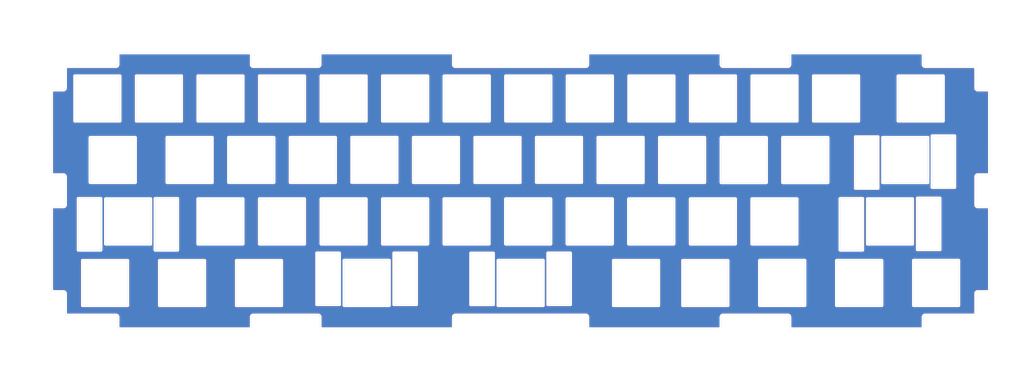
<source format=kicad_pcb>
(kicad_pcb (version 20240108) (generator "pcbnew") (generator_version "8.0")
  (layers (0 "F.Cu" signal) (31 "B.Cu" signal) (34 "B.Paste" user) (35 "F.Paste" user) (36 "B.SilkS" user "B.Silkscreen") (37 "F.SilkS" user "F.Silkscreen") (38 "B.Mask" user) (39 "F.Mask" user) (44 "Edge.Cuts" user))
  (net 0 "")
  (gr_line (start 328.466987 81.910513) (end 328.466987 78.910513) (stroke (width 0.05)) (layer "Edge.Cuts"))
  (gr_arc (start 224.656987 81.910513) (mid 224.471004 82.35953) (end 224.021987 82.545513) (stroke (width 0.05)) (layer "Edge.Cuts"))
  (gr_line (start 294.5084 85.4456) (end 308.5084 85.4456) (stroke (width 0.05)) (layer "Edge.Cuts"))
  (gr_arc (start 63.644213 159.5411) (mid 63.195194 159.355119) (end 63.009213 158.9061) (stroke (width 0.05)) (layer "Edge.Cuts"))
  (gr_line (start 129.925599 156.6164) (end 129.925598 142.616401) (stroke (width 0.05)) (layer "Edge.Cuts"))
  (gr_line (start 194.1622 123.5456) (end 180.1622 123.5456) (stroke (width 0.05)) (layer "Edge.Cuts"))
  (gr_line (start 344.738389 125.377479) (end 344.738389 116.709134) (stroke (width 0.05)) (layer "Edge.Cuts"))
  (gr_arc (start 63.009213 83.180513) (mid 63.195196 82.731496) (end 63.644213 82.545513) (stroke (width 0.05)) (layer "Edge.Cuts"))
  (gr_arc (start 120.549213 160.1761) (mid 120.735202 159.727096) (end 121.184213 159.5411) (stroke (width 0.05)) (layer "Edge.Cuts"))
  (gr_line (start 196.8962 156.591) (end 210.8962 156.591) (stroke (width 0.05)) (layer "Edge.Cuts"))
  (gr_arc (start 141.819213 78.910513) (mid 142.005196 78.461496) (end 142.454213 78.275513) (stroke (width 0.05)) (layer "Edge.Cuts"))
  (gr_line (start 70.6628 104.4956) (end 84.6628 104.4956) (stroke (width 0.05)) (layer "Edge.Cuts"))
  (gr_line (start 68.296 156.6164) (end 82.296 156.6164) (stroke (width 0.05)) (layer "Edge.Cuts"))
  (gr_line (start 94.4626 104.4956) (end 94.4626 118.4956) (stroke (width 0.05)) (layer "Edge.Cuts"))
  (gr_line (start 218.3084 85.4456) (end 232.3084 85.4456) (stroke (width 0.05)) (layer "Edge.Cuts"))
  (gr_line (start 286.561987 159.5411) (end 266.561987 159.5411) (stroke (width 0.05)) (layer "Edge.Cuts"))
  (gr_line (start 75.4334 137.541) (end 89.4334 137.541) (stroke (width 0.05)) (layer "Edge.Cuts"))
  (gr_line (start 224.656987 160.1761) (end 224.656987 163.1761) (stroke (width 0.05)) (layer "Edge.Cuts"))
  (gr_line (start 256.383 123.541) (end 270.383 123.541) (stroke (width 0.05)) (layer "Edge.Cuts"))
  (gr_line (start 65.9084 99.4456) (end 79.9084 99.4456) (stroke (width 0.05)) (layer "Edge.Cuts"))
  (gr_line (start 84.9584 85.4456) (end 98.9584 85.4456) (stroke (width 0.05)) (layer "Edge.Cuts"))
  (gr_line (start 246.6132 156.606) (end 246.6132 142.606) (stroke (width 0.05)) (layer "Edge.Cuts"))
  (gr_line (start 203.7334 118.491) (end 203.7334 104.491) (stroke (width 0.05)) (layer "Edge.Cuts"))
  (gr_line (start 237.3584 99.4456) (end 237.3584 85.4456) (stroke (width 0.05)) (layer "Edge.Cuts"))
  (gr_line (start 325.1962 137.541) (end 325.1962 123.541) (stroke (width 0.05)) (layer "Edge.Cuts"))
  (gr_line (start 256.383 137.541) (end 256.383 123.541) (stroke (width 0.05)) (layer "Edge.Cuts"))
  (gr_line (start 254.0462 156.6164) (end 268.0462 156.6164) (stroke (width 0.05)) (layer "Edge.Cuts"))
  (gr_line (start 151.638 118.4656) (end 165.638 118.4656) (stroke (width 0.05)) (layer "Edge.Cuts"))
  (gr_line (start 104.0084 99.4456) (end 104.0084 85.4456) (stroke (width 0.05)) (layer "Edge.Cuts"))
  (gr_line (start 315.666601 156.5956) (end 315.666601 142.5956) (stroke (width 0.05)) (layer "Edge.Cuts"))
  (gr_line (start 104.0084 85.4456) (end 118.0084 85.4456) (stroke (width 0.05)) (layer "Edge.Cuts"))
  (gr_line (start 183.089213 160.1761) (end 183.089213 163.1761) (stroke (width 0.05)) (layer "Edge.Cuts"))
  (gr_line (start 170.688 118.4956) (end 184.688 118.4956) (stroke (width 0.05)) (layer "Edge.Cuts"))
  (gr_line (start 251.3584 99.4456) (end 251.3584 85.4456) (stroke (width 0.05)) (layer "Edge.Cuts"))
  (gr_line (start 199.233 137.541) (end 199.233 123.541) (stroke (width 0.05)) (layer "Edge.Cuts"))
  (gr_line (start 146.5834 118.491) (end 146.5834 104.491) (stroke (width 0.05)) (layer "Edge.Cuts"))
  (gr_line (start 339.471 156.591) (end 339.470999 142.591001) (stroke (width 0.05)) (layer "Edge.Cuts"))
  (gr_line (start 284.9834 118.5164) (end 298.9834 118.5164) (stroke (width 0.05)) (layer "Edge.Cuts"))
  (gr_line (start 79.279213 160.1761) (end 79.279213 163.1761) (stroke (width 0.05)) (layer "Edge.Cuts"))
  (gr_line (start 137.0376 137.5456) (end 123.0376 137.5456) (stroke (width 0.05)) (layer "Edge.Cuts"))
  (gr_arc (start 224.656987 78.910513) (mid 224.84297 78.461496) (end 225.291987 78.275513) (stroke (width 0.05)) (layer "Edge.Cuts"))
  (gr_arc (start 265.926987 163.1761) (mid 265.741 163.625112) (end 265.291988 163.8111) (stroke (width 0.05)) (layer "Edge.Cuts"))
  (gr_line (start 287.831987 78.275513) (end 327.831987 78.275513) (stroke (width 0.05)) (layer "Edge.Cuts"))
  (gr_line (start 79.9084 99.4456) (end 79.9084 85.4456) (stroke (width 0.05)) (layer "Edge.Cuts"))
  (gr_line (start 232.283 137.541) (end 232.283 123.541) (stroke (width 0.05)) (layer "Edge.Cuts"))
  (gr_line (start 344.101987 159.5411) (end 329.101987 159.5411) (stroke (width 0.05)) (layer "Edge.Cuts"))
  (gr_line (start 294.5084 99.4456) (end 308.5084 99.4456) (stroke (width 0.05)) (layer "Edge.Cuts"))
  (gr_line (start 113.5334 118.491) (end 127.5334 118.491) (stroke (width 0.05)) (layer "Edge.Cuts"))
  (gr_line (start 251.3122 123.5456) (end 237.3122 123.5456) (stroke (width 0.05)) (layer "Edge.Cuts"))
  (gr_line (start 270.383 137.541) (end 270.383 123.541) (stroke (width 0.05)) (layer "Edge.Cuts"))
  (gr_line (start 142.1084 99.4456) (end 142.1084 85.4456) (stroke (width 0.05)) (layer "Edge.Cuts"))
  (gr_line (start 194.1622 123.5456) (end 194.1622 137.5456) (stroke (width 0.05)) (layer "Edge.Cuts"))
  (gr_line (start 199.2584 85.4456) (end 213.2584 85.4456) (stroke (width 0.05)) (layer "Edge.Cuts"))
  (gr_line (start 196.8962 156.591) (end 196.8962 142.591) (stroke (width 0.05)) (layer "Edge.Cuts"))
  (gr_rect (start 302.7478 123.4186) (end 309.7478 139.4186) (stroke (width 0.05)) (fill none) (layer "Edge.Cuts"))
  (gr_arc (start 345.373387 126.012479) (mid 344.924359 125.826508) (end 344.738389 125.377479) (stroke (width 0.05)) (layer "Edge.Cuts"))
  (gr_line (start 225.291987 78.275513) (end 265.291987 78.275513) (stroke (width 0.05)) (layer "Edge.Cuts"))
  (gr_line (start 63.009213 83.180513) (end 63.009213 89.180513) (stroke (width 0.05)) (layer "Edge.Cuts"))
  (gr_line (start 294.5084 99.4456) (end 294.5084 85.4456) (stroke (width 0.05)) (layer "Edge.Cuts"))
  (gr_line (start 311.1962 123.541) (end 325.1962 123.541) (stroke (width 0.05)) (layer "Edge.Cuts"))
  (gr_arc (start 287.196987 78.910513) (mid 287.38297 78.461496) (end 287.831987 78.275513) (stroke (width 0.05)) (layer "Edge.Cuts"))
  (gr_line (start 183.089213 81.910513) (end 183.089213 78.910513) (stroke (width 0.05)) (layer "Edge.Cuts"))
  (gr_line (start 127.5334 118.491) (end 127.5334 104.491) (stroke (width 0.05)) (layer "Edge.Cuts"))
  (gr_rect (start 307.4976 104.2924) (end 314.4976 120.2924) (stroke (width 0.05)) (fill none) (layer "Edge.Cuts"))
  (gr_line (start 254.0462 142.6164) (end 268.0462 142.6164) (stroke (width 0.05)) (layer "Edge.Cuts"))
  (gr_line (start 142.1084 123.541) (end 156.1084 123.541) (stroke (width 0.05)) (layer "Edge.Cuts"))
  (gr_line (start 224.656987 81.910513) (end 224.656987 78.910513) (stroke (width 0.05)) (layer "Edge.Cuts"))
  (gr_line (start 199.233 123.541) (end 213.233 123.541) (stroke (width 0.05)) (layer "Edge.Cuts"))
  (gr_line (start 137.0376 123.5456) (end 137.0376 137.5456) (stroke (width 0.05)) (layer "Edge.Cuts"))
  (gr_line (start 348.373387 116.074133) (end 345.373387 116.074134) (stroke (width 0.05)) (layer "Edge.Cuts"))
  (gr_line (start 194.2084 99.4456) (end 194.2084 85.4456) (stroke (width 0.05)) (layer "Edge.Cuts"))
  (gr_line (start 165.638 118.4656) (end 165.638 104.4656) (stroke (width 0.05)) (layer "Edge.Cuts"))
  (gr_rect (start 90.7646 123.4206) (end 97.7646 139.4206) (stroke (width 0.05)) (fill none) (layer "Edge.Cuts"))
  (gr_line (start 75.4334 123.541) (end 89.4334 123.541) (stroke (width 0.05)) (layer "Edge.Cuts"))
  (gr_line (start 320.6958 99.4456) (end 320.6958 85.4456) (stroke (width 0.05)) (layer "Edge.Cuts"))
  (gr_line (start 339.470999 142.591001) (end 325.471001 142.591001) (stroke (width 0.05)) (layer "Edge.Cuts"))
  (gr_line (start 315.94 104.51) (end 329.94 104.51) (stroke (width 0.05)) (layer "Edge.Cuts"))
  (gr_line (start 170.688 104.4956) (end 184.688 104.4956) (stroke (width 0.05)) (layer "Edge.Cuts"))
  (gr_line (start 65.9084 99.4456) (end 65.9084 85.4456) (stroke (width 0.05)) (layer "Edge.Cuts"))
  (gr_line (start 123.0376 123.5456) (end 123.0376 137.5456) (stroke (width 0.05)) (layer "Edge.Cuts"))
  (gr_arc (start 327.831987 78.275513) (mid 328.281004 78.461496) (end 328.466987 78.910513) (stroke (width 0.05)) (layer "Edge.Cuts"))
  (gr_line (start 241.8334 104.4956) (end 227.8334 104.4956) (stroke (width 0.05)) (layer "Edge.Cuts"))
  (gr_line (start 132.5834 118.491) (end 132.5834 104.491) (stroke (width 0.05)) (layer "Edge.Cuts"))
  (gr_line (start 161.1584 99.4456) (end 161.1584 85.4456) (stroke (width 0.05)) (layer "Edge.Cuts"))
  (gr_line (start 132.5834 104.491) (end 146.5834 104.491) (stroke (width 0.05)) (layer "Edge.Cuts"))
  (gr_line (start 170.688 118.4956) (end 170.688 104.4956) (stroke (width 0.05)) (layer "Edge.Cuts"))
  (gr_line (start 329.101987 82.545513) (end 344.101987 82.545513) (stroke (width 0.05)) (layer "Edge.Cuts"))
  (gr_line (start 232.6132 142.606) (end 246.6132 142.606) (stroke (width 0.05)) (layer "Edge.Cuts"))
  (gr_line (start 208.7626 104.4656) (end 222.7626 104.4656) (stroke (width 0.05)) (layer "Edge.Cuts"))
  (gr_line (start 279.938 118.521) (end 279.938 104.521) (stroke (width 0.05)) (layer "Edge.Cuts"))
  (gr_arc (start 344.101987 82.545513) (mid 344.551004 82.731496) (end 344.736987 83.180513) (stroke (width 0.05)) (layer "Edge.Cuts"))
  (gr_line (start 218.283 137.541) (end 232.283 137.541) (stroke (width 0.05)) (layer "Edge.Cuts"))
  (gr_arc (start 344.738389 116.709134) (mid 344.924361 116.260106) (end 345.373387 116.074134) (stroke (width 0.05)) (layer "Edge.Cuts"))
  (gr_line (start 70.6628 118.4956) (end 84.6628 118.4956) (stroke (width 0.05)) (layer "Edge.Cuts"))
  (gr_line (start 123.0584 99.4456) (end 123.0584 85.4456) (stroke (width 0.05)) (layer "Edge.Cuts"))
  (gr_arc (start 182.454213 78.275513) (mid 182.90323 78.461496) (end 183.089213 78.910513) (stroke (width 0.05)) (layer "Edge.Cuts"))
  (gr_line (start 161.1584 137.541) (end 175.1584 137.541) (stroke (width 0.05)) (layer "Edge.Cuts"))
  (gr_line (start 277.841401 156.591) (end 291.841401 156.591) (stroke (width 0.05)) (layer "Edge.Cuts"))
  (gr_line (start 208.7626 118.4656) (end 208.7626 104.4656) (stroke (width 0.05)) (layer "Edge.Cuts"))
  (gr_line (start 108.4626 104.4956) (end 94.4626 104.4956) (stroke (width 0.05)) (layer "Edge.Cuts"))
  (gr_line (start 92.1212 156.621) (end 92.1212 142.621) (stroke (width 0.05)) (layer "Edge.Cuts"))
  (gr_arc (start 79.279213 78.910513) (mid 79.465196 78.461496) (end 79.914213 78.275513) (stroke (width 0.05)) (layer "Edge.Cuts"))
  (gr_line (start 265.926987 160.1761) (end 265.926987 163.1761) (stroke (width 0.05)) (layer "Edge.Cuts"))
  (gr_arc (start 265.291987 78.275513) (mid 265.741004 78.461496) (end 265.926987 78.910513) (stroke (width 0.05)) (layer "Edge.Cuts"))
  (gr_line (start 79.914213 78.275513) (end 119.914213 78.275513) (stroke (width 0.05)) (layer "Edge.Cuts"))
  (gr_line (start 119.914213 163.8111) (end 79.914212 163.8111) (stroke (width 0.05)) (layer "Edge.Cuts"))
  (gr_line (start 311.1962 137.541) (end 311.1962 123.541) (stroke (width 0.05)) (layer "Edge.Cuts"))
  (gr_line (start 260.8626 118.491) (end 260.8626 104.491) (stroke (width 0.05)) (layer "Edge.Cuts"))
  (gr_line (start 320.6958 85.4456) (end 334.6958 85.4456) (stroke (width 0.05)) (layer "Edge.Cuts"))
  (gr_line (start 241.8334 118.4956) (end 227.8334 118.4956) (stroke (width 0.05)) (layer "Edge.Cuts"))
  (gr_line (start 277.841401 156.591) (end 277.841401 142.591) (stroke (width 0.05)) (layer "Edge.Cuts"))
  (gr_arc (start 58.737813 126.647479) (mid 58.923794 126.19846) (end 59.372813 126.01248) (stroke (width 0.05)) (layer "Edge.Cuts"))
  (gr_line (start 210.8962 156.591) (end 210.8962 142.591) (stroke (width 0.05)) (layer "Edge.Cuts"))
  (gr_line (start 287.196987 81.910513) (end 287.196987 78.910513) (stroke (width 0.05)) (layer "Edge.Cuts"))
  (gr_line (start 149.2458 156.5806) (end 149.2458 142.5806) (stroke (width 0.05)) (layer "Edge.Cuts"))
  (gr_line (start 63.007811 116.709134) (end 63.007811 125.377479) (stroke (width 0.05)) (layer "Edge.Cuts"))
  (gr_line (start 275.4584 99.4456) (end 275.4584 85.4456) (stroke (width 0.05)) (layer "Edge.Cuts"))
  (gr_line (start 149.2458 142.5806) (end 163.2458 142.5806) (stroke (width 0.05)) (layer "Edge.Cuts"))
  (gr_line (start 180.1622 123.5456) (end 180.1622 137.5456) (stroke (width 0.05)) (layer "Edge.Cuts"))
  (gr_line (start 311.1962 137.541) (end 325.1962 137.541) (stroke (width 0.05)) (layer "Edge.Cuts"))
  (gr_line (start 103.9876 137.541) (end 103.9876 123.541) (stroke (width 0.05)) (layer "Edge.Cuts"))
  (gr_line (start 265.938 104.521) (end 279.938 104.521) (stroke (width 0.05)) (layer "Edge.Cuts"))
  (gr_line (start 129.925598 142.616401) (end 115.9256 142.616401) (stroke (width 0.05)) (layer "Edge.Cuts"))
  (gr_line (start 58.739213 151.636103) (end 58.737813 126.647479) (stroke (width 0.05)) (layer "Edge.Cuts"))
  (gr_line (start 137.0376 123.5456) (end 123.0376 123.5456) (stroke (width 0.05)) (layer "Edge.Cuts"))
  (gr_line (start 82.296 156.6164) (end 82.296 142.6164) (stroke (width 0.05)) (layer "Edge.Cuts"))
  (gr_line (start 149.2458 156.5806) (end 163.2458 156.5806) (stroke (width 0.05)) (layer "Edge.Cuts"))
  (gr_line (start 92.1212 156.621) (end 106.1212 156.621) (stroke (width 0.05)) (layer "Edge.Cuts"))
  (gr_line (start 199.233 137.541) (end 213.233 137.541) (stroke (width 0.05)) (layer "Edge.Cuts"))
  (gr_line (start 275.4584 99.4456) (end 289.4584 99.4456) (stroke (width 0.05)) (layer "Edge.Cuts"))
  (gr_rect (start 140.7974 140.3096) (end 147.7974 156.3096) (stroke (width 0.05)) (fill none) (layer "Edge.Cuts"))
  (gr_line (start 277.841401 142.591) (end 291.841401 142.591) (stroke (width 0.05)) (layer "Edge.Cuts"))
  (gr_line (start 115.925599 156.6164) (end 115.9256 142.616401) (stroke (width 0.05)) (layer "Edge.Cuts"))
  (gr_arc (start 63.007811 125.377479) (mid 62.82184 125.826508) (end 62.372813 126.012479) (stroke (width 0.05)) (layer "Edge.Cuts"))
  (gr_line (start 218.3084 99.4456) (end 232.3084 99.4456) (stroke (width 0.05)) (layer "Edge.Cuts"))
  (gr_line (start 232.3084 99.4456) (end 232.3084 85.4456) (stroke (width 0.05)) (layer "Edge.Cuts"))
  (gr_line (start 106.1212 156.621) (end 106.1212 142.621) (stroke (width 0.05)) (layer "Edge.Cuts"))
  (gr_arc (start 345.371987 89.815511) (mid 344.922962 89.629537) (end 344.736987 89.180513) (stroke (width 0.05)) (layer "Edge.Cuts"))
  (gr_line (start 246.8626 118.491) (end 260.8626 118.491) (stroke (width 0.05)) (layer "Edge.Cuts"))
  (gr_line (start 175.1584 137.541) (end 175.1584 123.541) (stroke (width 0.05)) (layer "Edge.Cuts"))
  (gr_line (start 298.9834 118.5164) (end 298.9834 104.5164) (stroke (width 0.05)) (layer "Edge.Cuts"))
  (gr_arc (start 287.831986 163.8111) (mid 287.382974 163.625112) (end 287.196987 163.1761) (stroke (width 0.05)) (layer "Edge.Cuts"))
  (gr_line (start 251.3122 123.5456) (end 251.3122 137.5456) (stroke (width 0.05)) (layer "Edge.Cuts"))
  (gr_line (start 308.5084 99.4456) (end 308.5084 85.4456) (stroke (width 0.05)) (layer "Edge.Cuts"))
  (gr_line (start 301.666601 156.5956) (end 315.666601 156.5956) (stroke (width 0.05)) (layer "Edge.Cuts"))
  (gr_line (start 339.471 156.591) (end 325.471 156.591) (stroke (width 0.05)) (layer "Edge.Cuts"))
  (gr_line (start 232.6132 156.606) (end 246.6132 156.606) (stroke (width 0.05)) (layer "Edge.Cuts"))
  (gr_line (start 284.9834 118.5164) (end 284.9834 104.5164) (stroke (width 0.05)) (layer "Edge.Cuts"))
  (gr_arc (start 344.736987 158.9061) (mid 344.550999 159.355108) (end 344.101987 159.5411) (stroke (width 0.05)) (layer "Edge.Cuts"))
  (gr_line (start 108.4626 118.4956) (end 94.4626 118.4956) (stroke (width 0.05)) (layer "Edge.Cuts"))
  (gr_arc (start 183.089213 160.1761) (mid 183.275201 159.727097) (end 183.724212 159.5411) (stroke (width 0.05)) (layer "Edge.Cuts"))
  (gr_line (start 137.0584 99.4456) (end 137.0584 85.4456) (stroke (width 0.05)) (layer "Edge.Cuts"))
  (gr_arc (start 59.372813 116.074133) (mid 58.923792 115.888148) (end 58.737813 115.439134) (stroke (width 0.05)) (layer "Edge.Cuts"))
  (gr_line (start 222.7626 118.4656) (end 222.7626 104.4656) (stroke (width 0.05)) (layer "Edge.Cuts"))
  (gr_arc (start 59.374213 152.271101) (mid 58.925187 152.085128) (end 58.739213 151.636103) (stroke (width 0.05)) (layer "Edge.Cuts"))
  (gr_line (start 120.549213 78.910513) (end 120.549213 81.910513) (stroke (width 0.05)) (layer "Edge.Cuts"))
  (gr_line (start 117.9876 137.541) (end 117.9876 123.541) (stroke (width 0.05)) (layer "Edge.Cuts"))
  (gr_arc (start 63.009213 89.180513) (mid 62.823239 89.629538) (end 62.374213 89.815511) (stroke (width 0.05)) (layer "Edge.Cuts"))
  (gr_line (start 327.831988 163.8111) (end 287.831986 163.8111) (stroke (width 0.05)) (layer "Edge.Cuts"))
  (gr_line (start 59.372813 126.01248) (end 62.372813 126.012479) (stroke (width 0.05)) (layer "Edge.Cuts"))
  (gr_rect (start 66.985 123.4206) (end 73.985 139.4206) (stroke (width 0.05)) (fill none) (layer "Edge.Cuts"))
  (gr_line (start 58.737813 115.439134) (end 58.739213 90.45051) (stroke (width 0.05)) (layer "Edge.Cuts"))
  (gr_line (start 334.6958 99.4456) (end 334.6958 85.4456) (stroke (width 0.05)) (layer "Edge.Cuts"))
  (gr_line (start 213.233 137.541) (end 213.233 123.541) (stroke (width 0.05)) (layer "Edge.Cuts"))
  (gr_line (start 180.2084 99.4456) (end 180.2084 85.4456) (stroke (width 0.05)) (layer "Edge.Cuts"))
  (gr_line (start 59.374213 152.271101) (end 62.374213 152.271102) (stroke (width 0.05)) (layer "Edge.Cuts"))
  (gr_line (start 156.1084 99.4456) (end 156.1084 85.4456) (stroke (width 0.05)) (layer "Edge.Cuts"))
  (gr_line (start 320.6958 99.4456) (end 334.6958 99.4456) (stroke (width 0.05)) (layer "Edge.Cuts"))
  (gr_arc (start 265.926987 160.1761) (mid 266.112974 159.727087) (end 266.561987 159.5411) (stroke (width 0.05)) (layer "Edge.Cuts"))
  (gr_line (start 287.196987 163.1761) (end 287.196987 160.1761) (stroke (width 0.05)) (layer "Edge.Cuts"))
  (gr_line (start 301.666601 142.5956) (end 315.666601 142.5956) (stroke (width 0.05)) (layer "Edge.Cuts"))
  (gr_line (start 120.549213 160.1761) (end 120.549213 163.1761) (stroke (width 0.05)) (layer "Edge.Cuts"))
  (gr_line (start 329.94 118.51) (end 329.94 104.51) (stroke (width 0.05)) (layer "Edge.Cuts"))
  (gr_line (start 103.9876 137.541) (end 117.9876 137.541) (stroke (width 0.05)) (layer "Edge.Cuts"))
  (gr_line (start 123.0584 85.4456) (end 137.0584 85.4456) (stroke (width 0.05)) (layer "Edge.Cuts"))
  (gr_line (start 349.008387 126.647479) (end 349.006987 151.636103) (stroke (width 0.05)) (layer "Edge.Cuts"))
  (gr_line (start 345.373387 126.012479) (end 348.373387 126.01248) (stroke (width 0.05)) (layer "Edge.Cuts"))
  (gr_line (start 113.5334 118.491) (end 113.5334 104.491) (stroke (width 0.05)) (layer "Edge.Cuts"))
  (gr_line (start 98.9584 99.4456) (end 98.9584 85.4456) (stroke (width 0.05)) (layer "Edge.Cuts"))
  (gr_line (start 199.2584 99.4456) (end 213.2584 99.4456) (stroke (width 0.05)) (layer "Edge.Cuts"))
  (gr_line (start 184.688 118.4956) (end 184.688 104.4956) (stroke (width 0.05)) (layer "Edge.Cuts"))
  (gr_arc (start 141.819213 81.910513) (mid 141.63323 82.35953) (end 141.184213 82.545513) (stroke (width 0.05)) (layer "Edge.Cuts"))
  (gr_line (start 218.283 123.541) (end 232.283 123.541) (stroke (width 0.05)) (layer "Edge.Cuts"))
  (gr_line (start 289.4584 99.4456) (end 289.4584 85.4456) (stroke (width 0.05)) (layer "Edge.Cuts"))
  (gr_line (start 113.5334 104.491) (end 127.5334 104.491) (stroke (width 0.05)) (layer "Edge.Cuts"))
  (gr_line (start 315.94 118.51) (end 329.94 118.51) (stroke (width 0.05)) (layer "Edge.Cuts"))
  (gr_arc (start 225.291987 163.8111) (mid 224.842974 163.625113) (end 224.656987 163.1761) (stroke (width 0.05)) (layer "Edge.Cuts"))
  (gr_line (start 268.0462 156.6164) (end 268.0462 142.6164) (stroke (width 0.05)) (layer "Edge.Cuts"))
  (gr_arc (start 349.008387 115.439134) (mid 348.822406 115.888155) (end 348.373387 116.074133) (stroke (width 0.05)) (layer "Edge.Cuts"))
  (gr_arc (start 328.466987 160.1761) (mid 328.65297 159.727083) (end 329.101987 159.5411) (stroke (width 0.05)) (layer "Edge.Cuts"))
  (gr_line (start 325.471 156.591) (end 325.471001 142.591001) (stroke (width 0.05)) (layer "Edge.Cuts"))
  (gr_line (start 241.8334 118.4956) (end 241.8334 104.4956) (stroke (width 0.05)) (layer "Edge.Cuts"))
  (gr_line (start 62.374213 89.815511) (end 59.374213 89.815512) (stroke (width 0.05)) (layer "Edge.Cuts"))
  (gr_line (start 129.925599 156.6164) (end 115.925599 156.6164) (stroke (width 0.05)) (layer "Edge.Cuts"))
  (gr_line (start 194.1622 137.5456) (end 180.1622 137.5456) (stroke (width 0.05)) (layer "Edge.Cuts"))
  (gr_line (start 92.1212 142.621) (end 106.1212 142.621) (stroke (width 0.05)) (layer "Edge.Cuts"))
  (gr_line (start 68.296 156.6164) (end 68.296 142.6164) (stroke (width 0.05)) (layer "Edge.Cuts"))
  (gr_arc (start 79.914212 163.8111) (mid 79.465183 163.625122) (end 79.279213 163.1761) (stroke (width 0.05)) (layer "Edge.Cuts"))
  (gr_line (start 275.433 137.541) (end 289.433 137.541) (stroke (width 0.05)) (layer "Edge.Cuts"))
  (gr_arc (start 58.739213 90.45051) (mid 58.925187 90.001485) (end 59.374213 89.815512) (stroke (width 0.05)) (layer "Edge.Cuts"))
  (gr_line (start 84.9584 99.4456) (end 98.9584 99.4456) (stroke (width 0.05)) (layer "Edge.Cuts"))
  (gr_line (start 208.7626 118.4656) (end 222.7626 118.4656) (stroke (width 0.05)) (layer "Edge.Cuts"))
  (gr_line (start 270.4084 99.4456) (end 270.4084 85.4456) (stroke (width 0.05)) (layer "Edge.Cuts"))
  (gr_rect (start 212.2984 140.3096) (end 219.2984 156.3096) (stroke (width 0.05)) (fill none) (layer "Edge.Cuts"))
  (gr_line (start 84.9584 99.4456) (end 84.9584 85.4456) (stroke (width 0.05)) (layer "Edge.Cuts"))
  (gr_line (start 142.1084 99.4456) (end 156.1084 99.4456) (stroke (width 0.05)) (layer "Edge.Cuts"))
  (gr_arc (start 183.089213 163.1761) (mid 182.903227 163.625122) (end 182.454213 163.8111) (stroke (width 0.05)) (layer "Edge.Cuts"))
  (gr_line (start 182.454213 163.8111) (end 142.454214 163.8111) (stroke (width 0.05)) (layer "Edge.Cuts"))
  (gr_line (start 63.009213 152.9061) (end 63.009213 158.9061) (stroke (width 0.05)) (layer "Edge.Cuts"))
  (gr_line (start 142.1084 137.541) (end 142.1084 123.541) (stroke (width 0.05)) (layer "Edge.Cuts"))
  (gr_line (start 104.0084 99.4456) (end 118.0084 99.4456) (stroke (width 0.05)) (layer "Edge.Cuts"))
  (gr_line (start 63.644213 82.545513) (end 78.644213 82.545513) (stroke (width 0.05)) (layer "Edge.Cuts"))
  (gr_line (start 142.1084 85.4456) (end 156.1084 85.4456) (stroke (width 0.05)) (layer "Edge.Cuts"))
  (gr_arc (start 349.006987 151.636103) (mid 348.821012 152.085127) (end 348.371987 152.271101) (stroke (width 0.05)) (layer "Edge.Cuts"))
  (gr_line (start 266.561987 82.545513) (end 286.561987 82.545513) (stroke (width 0.05)) (layer "Edge.Cuts"))
  (gr_line (start 275.433 137.541) (end 275.433 123.541) (stroke (width 0.05)) (layer "Edge.Cuts"))
  (gr_line (start 224.021987 82.545513) (end 183.724213 82.545513) (stroke (width 0.05)) (layer "Edge.Cuts"))
  (gr_line (start 108.4626 104.4956) (end 108.4626 118.4956) (stroke (width 0.05)) (layer "Edge.Cuts"))
  (gr_arc (start 224.021987 159.5411) (mid 224.471 159.727087) (end 224.656987 160.1761) (stroke (width 0.05)) (layer "Edge.Cuts"))
  (gr_arc (start 328.466987 163.1761) (mid 328.281005 163.625117) (end 327.831988 163.8111) (stroke (width 0.05)) (layer "Edge.Cuts"))
  (gr_line (start 118.0084 99.4456) (end 118.0084 85.4456) (stroke (width 0.05)) (layer "Edge.Cuts"))
  (gr_arc (start 119.914213 78.275513) (mid 120.36323 78.461496) (end 120.549213 78.910513) (stroke (width 0.05)) (layer "Edge.Cuts"))
  (gr_line (start 349.006987 90.45051) (end 349.008387 115.439134) (stroke (width 0.05)) (layer "Edge.Cuts"))
  (gr_line (start 141.819213 81.910513) (end 141.819213 78.910513) (stroke (width 0.05)) (layer "Edge.Cuts"))
  (gr_arc (start 62.372813 116.074134) (mid 62.821838 116.260108) (end 63.007811 116.709134) (stroke (width 0.05)) (layer "Edge.Cuts"))
  (gr_rect (start 326.6544 123.2916) (end 333.6544 139.2916) (stroke (width 0.05)) (fill none) (layer "Edge.Cuts"))
  (gr_line (start 161.1584 99.4456) (end 175.1584 99.4456) (stroke (width 0.05)) (layer "Edge.Cuts"))
  (gr_line (start 344.736987 158.9061) (end 344.736987 152.9061) (stroke (width 0.05)) (layer "Edge.Cuts"))
  (gr_line (start 103.9876 123.541) (end 117.9876 123.541) (stroke (width 0.05)) (layer "Edge.Cuts"))
  (gr_line (start 121.184213 82.545513) (end 141.184213 82.545513) (stroke (width 0.05)) (layer "Edge.Cuts"))
  (gr_line (start 78.644213 159.5411) (end 63.644213 159.5411) (stroke (width 0.05)) (layer "Edge.Cuts"))
  (gr_arc (start 348.373387 126.01248) (mid 348.822406 126.19846) (end 349.008387 126.647479) (stroke (width 0.05)) (layer "Edge.Cuts"))
  (gr_line (start 189.7334 118.491) (end 203.7334 118.491) (stroke (width 0.05)) (layer "Edge.Cuts"))
  (gr_line (start 180.2084 85.4456) (end 194.2084 85.4456) (stroke (width 0.05)) (layer "Edge.Cuts"))
  (gr_line (start 348.371987 89.815512) (end 345.371987 89.815511) (stroke (width 0.05)) (layer "Edge.Cuts"))
  (gr_line (start 161.1584 137.541) (end 161.1584 123.541) (stroke (width 0.05)) (layer "Edge.Cuts"))
  (gr_arc (start 348.371987 89.815512) (mid 348.821012 90.001485) (end 349.006987 90.45051) (stroke (width 0.05)) (layer "Edge.Cuts"))
  (gr_line (start 275.433 123.541) (end 289.433 123.541) (stroke (width 0.05)) (layer "Edge.Cuts"))
  (gr_line (start 161.1584 123.541) (end 175.1584 123.541) (stroke (width 0.05)) (layer "Edge.Cuts"))
  (gr_line (start 237.3122 123.5456) (end 237.3122 137.5456) (stroke (width 0.05)) (layer "Edge.Cuts"))
  (gr_line (start 142.1084 137.541) (end 156.1084 137.541) (stroke (width 0.05)) (layer "Edge.Cuts"))
  (gr_line (start 291.841401 156.591) (end 291.841401 142.591) (stroke (width 0.05)) (layer "Edge.Cuts"))
  (gr_arc (start 266.561987 82.545513) (mid 266.112969 82.35953) (end 265.926987 81.910513) (stroke (width 0.05)) (layer "Edge.Cuts"))
  (gr_line (start 68.296 142.6164) (end 82.296 142.6164) (stroke (width 0.05)) (layer "Edge.Cuts"))
  (gr_line (start 227.8334 118.4956) (end 227.8334 104.4956) (stroke (width 0.05)) (layer "Edge.Cuts"))
  (gr_line (start 218.283 137.541) (end 218.283 123.541) (stroke (width 0.05)) (layer "Edge.Cuts"))
  (gr_line (start 84.6628 118.4956) (end 84.6628 104.4956) (stroke (width 0.05)) (layer "Edge.Cuts"))
  (gr_line (start 265.938 118.521) (end 265.938 104.521) (stroke (width 0.05)) (layer "Edge.Cuts"))
  (gr_line (start 256.4084 99.4456) (end 256.4084 85.4456) (stroke (width 0.05)) (layer "Edge.Cuts"))
  (gr_line (start 62.372813 116.074134) (end 59.372813 116.074133) (stroke (width 0.05)) (layer "Edge.Cuts"))
  (gr_rect (start 188.4478 140.335) (end 195.4478 156.335) (stroke (width 0.05)) (fill none) (layer "Edge.Cuts"))
  (gr_line (start 199.2584 99.4456) (end 199.2584 85.4456) (stroke (width 0.05)) (layer "Edge.Cuts"))
  (gr_line (start 151.638 104.4656) (end 165.638 104.4656) (stroke (width 0.05)) (layer "Edge.Cuts"))
  (gr_line (start 237.3584 85.4456) (end 251.3584 85.4456) (stroke (width 0.05)) (layer "Edge.Cuts"))
  (gr_line (start 256.4084 85.4456) (end 270.4084 85.4456) (stroke (width 0.05)) (layer "Edge.Cuts"))
  (gr_line (start 328.466987 160.1761) (end 328.466987 163.1761) (stroke (width 0.05)) (layer "Edge.Cuts"))
  (gr_line (start 89.4334 137.541) (end 89.4334 123.541) (stroke (width 0.05)) (layer "Edge.Cuts"))
  (gr_line (start 196.8962 142.591) (end 210.8962 142.591) (stroke (width 0.05)) (layer "Edge.Cuts"))
  (gr_arc (start 120.549213 163.1761) (mid 120.363227 163.625122) (end 119.914213 163.8111) (stroke (width 0.05)) (layer "Edge.Cuts"))
  (gr_line (start 254.0462 156.6164) (end 254.0462 142.6164) (stroke (width 0.05)) (layer "Edge.Cuts"))
  (gr_line (start 218.3084 99.4456) (end 218.3084 85.4456) (stroke (width 0.05)) (layer "Edge.Cuts"))
  (gr_line (start 156.1084 137.541) (end 156.1084 123.541) (stroke (width 0.05)) (layer "Edge.Cuts"))
  (gr_line (start 151.638 118.4656) (end 151.638 104.4656) (stroke (width 0.05)) (layer "Edge.Cuts"))
  (gr_line (start 189.7334 118.491) (end 189.7334 104.491) (stroke (width 0.05)) (layer "Edge.Cuts"))
  (gr_line (start 183.724212 159.5411) (end 224.021987 159.5411) (stroke (width 0.05)) (layer "Edge.Cuts"))
  (gr_arc (start 141.184213 159.5411) (mid 141.633209 159.727096) (end 141.819213 160.1761) (stroke (width 0.05)) (layer "Edge.Cuts"))
  (gr_rect (start 331.2264 104.013) (end 338.2264 120.013) (stroke (width 0.05)) (fill none) (layer "Edge.Cuts"))
  (gr_line (start 301.666601 156.5956) (end 301.666601 142.5956) (stroke (width 0.05)) (layer "Edge.Cuts"))
  (gr_line (start 213.2584 99.4456) (end 213.2584 85.4456) (stroke (width 0.05)) (layer "Edge.Cuts"))
  (gr_line (start 265.938 118.521) (end 279.938 118.521) (stroke (width 0.05)) (layer "Edge.Cuts"))
  (gr_line (start 189.7334 104.491) (end 203.7334 104.491) (stroke (width 0.05)) (layer "Edge.Cuts"))
  (gr_arc (start 329.101987 82.545513) (mid 328.65297 82.35953) (end 328.466987 81.910513) (stroke (width 0.05)) (layer "Edge.Cuts"))
  (gr_line (start 161.1584 85.4456) (end 175.1584 85.4456) (stroke (width 0.05)) (layer "Edge.Cuts"))
  (gr_line (start 163.2458 156.5806) (end 163.2458 142.5806) (stroke (width 0.05)) (layer "Edge.Cuts"))
  (gr_arc (start 78.644213 159.5411) (mid 79.093209 159.727096) (end 79.279213 160.1761) (stroke (width 0.05)) (layer "Edge.Cuts"))
  (gr_line (start 232.6132 156.606) (end 232.6132 142.606) (stroke (width 0.05)) (layer "Edge.Cuts"))
  (gr_line (start 284.9834 104.5164) (end 298.9834 104.5164) (stroke (width 0.05)) (layer "Edge.Cuts"))
  (gr_line (start 265.926987 81.910513) (end 265.926987 78.910513) (stroke (width 0.05)) (layer "Edge.Cuts"))
  (gr_line (start 142.454213 78.275513) (end 182.454213 78.275513) (stroke (width 0.05)) (layer "Edge.Cuts"))
  (gr_line (start 246.8626 104.491) (end 260.8626 104.491) (stroke (width 0.05)) (layer "Edge.Cuts"))
  (gr_line (start 275.4584 85.4456) (end 289.4584 85.4456) (stroke (width 0.05)) (layer "Edge.Cuts"))
  (gr_line (start 79.279213 81.910513) (end 79.279213 78.910513) (stroke (width 0.05)) (layer "Edge.Cuts"))
  (gr_line (start 256.383 137.541) (end 270.383 137.541) (stroke (width 0.05)) (layer "Edge.Cuts"))
  (gr_line (start 141.184213 159.5411) (end 121.184213 159.5411) (stroke (width 0.05)) (layer "Edge.Cuts"))
  (gr_line (start 237.3584 99.4456) (end 251.3584 99.4456) (stroke (width 0.05)) (layer "Edge.Cuts"))
  (gr_line (start 345.371987 152.271102) (end 348.371987 152.271101) (stroke (width 0.05)) (layer "Edge.Cuts"))
  (gr_rect (start 164.648 140.3096) (end 171.648 156.3096) (stroke (width 0.05)) (fill none) (layer "Edge.Cuts"))
  (gr_line (start 65.9084 85.4456) (end 79.9084 85.4456) (stroke (width 0.05)) (layer "Edge.Cuts"))
  (gr_arc (start 79.279213 81.910513) (mid 79.09323 82.35953) (end 78.644213 82.545513) (stroke (width 0.05)) (layer "Edge.Cuts"))
  (gr_arc (start 344.736987 152.9061) (mid 344.922958 152.457071) (end 345.371987 152.271102) (stroke (width 0.05)) (layer "Edge.Cuts"))
  (gr_line (start 315.94 118.51) (end 315.94 104.51) (stroke (width 0.05)) (layer "Edge.Cuts"))
  (gr_line (start 344.736987 89.180513) (end 344.736987 83.180513) (stroke (width 0.05)) (layer "Edge.Cuts"))
  (gr_line (start 246.8626 118.491) (end 246.8626 104.491) (stroke (width 0.05)) (layer "Edge.Cuts"))
  (gr_arc (start 142.454214 163.8111) (mid 142.005184 163.625122) (end 141.819213 163.1761) (stroke (width 0.05)) (layer "Edge.Cuts"))
  (gr_arc (start 286.561987 159.5411) (mid 287.011 159.727087) (end 287.196987 160.1761) (stroke (width 0.05)) (layer "Edge.Cuts"))
  (gr_arc (start 121.184213 82.545513) (mid 120.735196 82.35953) (end 120.549213 81.910513) (stroke (width 0.05)) (layer "Edge.Cuts"))
  (gr_line (start 265.291988 163.8111) (end 225.291987 163.8111) (stroke (width 0.05)) (layer "Edge.Cuts"))
  (gr_line (start 251.3122 137.5456) (end 237.3122 137.5456) (stroke (width 0.05)) (layer "Edge.Cuts"))
  (gr_line (start 180.2084 99.4456) (end 194.2084 99.4456) (stroke (width 0.05)) (layer "Edge.Cuts"))
  (gr_line (start 289.433 137.541) (end 289.433 123.541) (stroke (width 0.05)) (layer "Edge.Cuts"))
  (gr_line (start 123.0584 99.4456) (end 137.0584 99.4456) (stroke (width 0.05)) (layer "Edge.Cuts"))
  (gr_line (start 256.4084 99.4456) (end 270.4084 99.4456) (stroke (width 0.05)) (layer "Edge.Cuts"))
  (gr_line (start 75.4334 137.541) (end 75.4334 123.541) (stroke (width 0.05)) (layer "Edge.Cuts"))
  (gr_line (start 132.5834 118.491) (end 146.5834 118.491) (stroke (width 0.05)) (layer "Edge.Cuts"))
  (gr_arc (start 183.724213 82.545513) (mid 183.275195 82.35953) (end 183.089213 81.910513) (stroke (width 0.05)) (layer "Edge.Cuts"))
  (gr_line (start 141.819213 160.1761) (end 141.819213 163.1761) (stroke (width 0.05)) (layer "Edge.Cuts"))
  (gr_line (start 175.1584 99.4456) (end 175.1584 85.4456) (stroke (width 0.05)) (layer "Edge.Cuts"))
  (gr_arc (start 287.196987 81.910513) (mid 287.011004 82.35953) (end 286.561987 82.545513) (stroke (width 0.05)) (layer "Edge.Cuts"))
  (gr_arc (start 62.374213 152.271102) (mid 62.823242 152.457073) (end 63.009213 152.9061) (stroke (width 0.05)) (layer "Edge.Cuts"))
  (gr_line (start 70.6628 118.4956) (end 70.6628 104.4956) (stroke (width 0.05)) (layer "Edge.Cuts"))
  (zone (net 0) (net_name "") (layers "F&B.Cu") (connect_pads (clearance 0.5)) (min_thickness 0.25) (fill yes (thermal_gap 0.5) (thermal_bridge_width 0.5) (island_removal_mode 1) (island_area_min 10))
    (polygon (pts (xy 45.212 68.4276) (xy 359.664 61.9252) (xy 358.0384 182.1942) (xy 42.7736 171.2214)))
  )
)
</source>
